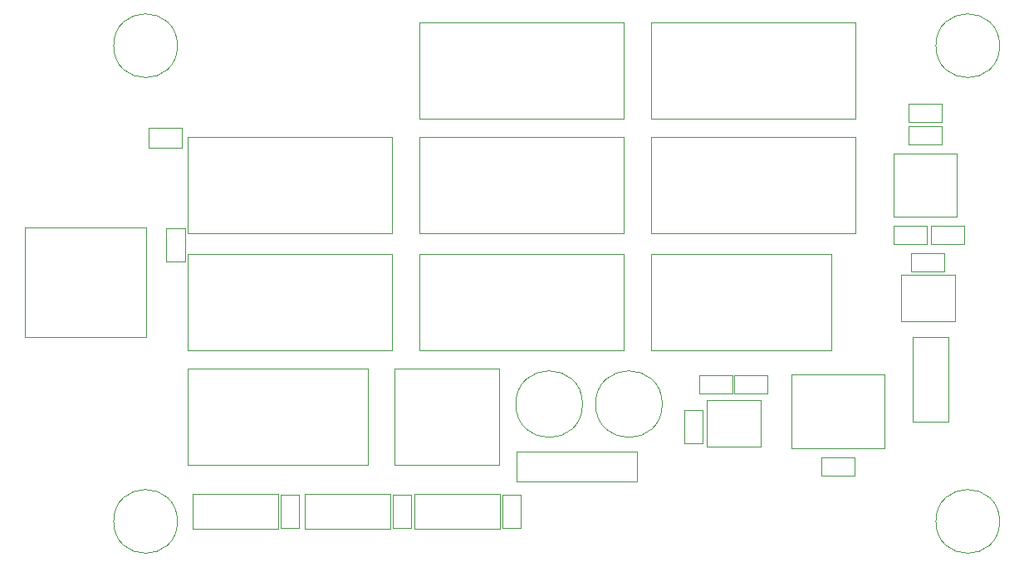
<source format=gbr>
%TF.GenerationSoftware,KiCad,Pcbnew,(5.1.10-1-10_14)*%
%TF.CreationDate,2021-07-31T21:51:31-04:00*%
%TF.ProjectId,CLOCK,434c4f43-4b2e-46b6-9963-61645f706362,rev?*%
%TF.SameCoordinates,Original*%
%TF.FileFunction,Other,User*%
%FSLAX46Y46*%
G04 Gerber Fmt 4.6, Leading zero omitted, Abs format (unit mm)*
G04 Created by KiCad (PCBNEW (5.1.10-1-10_14)) date 2021-07-31 21:51:31*
%MOMM*%
%LPD*%
G01*
G04 APERTURE LIST*
%ADD10C,0.050000*%
G04 APERTURE END LIST*
D10*
%TO.C,J2*%
X65554000Y-54886000D02*
X65554000Y-43686000D01*
X65554000Y-43686000D02*
X53204000Y-43686000D01*
X53204000Y-43686000D02*
X53204000Y-54886000D01*
X53204000Y-54886000D02*
X65554000Y-54886000D01*
%TO.C,REF\u002A\u002A*%
X152602000Y-25146000D02*
G75*
G03*
X152602000Y-25146000I-3250000J0D01*
G01*
X152602000Y-73660000D02*
G75*
G03*
X152602000Y-73660000I-3250000J0D01*
G01*
X68782000Y-73660000D02*
G75*
G03*
X68782000Y-73660000I-3250000J0D01*
G01*
X68782000Y-25146000D02*
G75*
G03*
X68782000Y-25146000I-3250000J0D01*
G01*
%TO.C,R3*%
X134464000Y-69022000D02*
X134464000Y-67122000D01*
X134464000Y-67122000D02*
X137824000Y-67122000D01*
X137824000Y-67122000D02*
X137824000Y-69022000D01*
X137824000Y-69022000D02*
X134464000Y-69022000D01*
%TO.C,R11*%
X101920000Y-70964000D02*
X103820000Y-70964000D01*
X103820000Y-70964000D02*
X103820000Y-74324000D01*
X103820000Y-74324000D02*
X101920000Y-74324000D01*
X101920000Y-74324000D02*
X101920000Y-70964000D01*
%TO.C,R10*%
X90744000Y-70964000D02*
X92644000Y-70964000D01*
X92644000Y-70964000D02*
X92644000Y-74324000D01*
X92644000Y-74324000D02*
X90744000Y-74324000D01*
X90744000Y-74324000D02*
X90744000Y-70964000D01*
%TO.C,R9*%
X79314000Y-70964000D02*
X81214000Y-70964000D01*
X81214000Y-70964000D02*
X81214000Y-74324000D01*
X81214000Y-74324000D02*
X79314000Y-74324000D01*
X79314000Y-74324000D02*
X79314000Y-70964000D01*
%TO.C,R2*%
X103344000Y-66572000D02*
X103344000Y-69572000D01*
X103344000Y-69572000D02*
X115604000Y-69572000D01*
X115604000Y-69572000D02*
X115604000Y-66572000D01*
X115604000Y-66572000D02*
X103344000Y-66572000D01*
%TO.C,SW3*%
X140592000Y-66198000D02*
X140842000Y-66198000D01*
X140842000Y-66198000D02*
X140842000Y-65948000D01*
X140592000Y-58698000D02*
X140842000Y-58698000D01*
X140842000Y-58698000D02*
X140842000Y-58948000D01*
X131342000Y-58948000D02*
X131342000Y-58698000D01*
X131342000Y-58698000D02*
X131592000Y-58698000D01*
X131342000Y-65948000D02*
X131342000Y-66198000D01*
X131342000Y-66198000D02*
X131592000Y-66198000D01*
X131592000Y-58698000D02*
X140592000Y-58698000D01*
X131342000Y-65948000D02*
X131342000Y-58948000D01*
X140592000Y-66198000D02*
X131592000Y-66198000D01*
X140842000Y-58948000D02*
X140842000Y-65948000D01*
%TO.C,R12*%
X146968000Y-46294000D02*
X146968000Y-48194000D01*
X146968000Y-48194000D02*
X143608000Y-48194000D01*
X143608000Y-48194000D02*
X143608000Y-46294000D01*
X143608000Y-46294000D02*
X146968000Y-46294000D01*
%TO.C,R8*%
X146714000Y-33340000D02*
X146714000Y-35240000D01*
X146714000Y-35240000D02*
X143354000Y-35240000D01*
X143354000Y-35240000D02*
X143354000Y-33340000D01*
X143354000Y-33340000D02*
X146714000Y-33340000D01*
%TO.C,R7*%
X149000000Y-43500000D02*
X149000000Y-45400000D01*
X149000000Y-45400000D02*
X145640000Y-45400000D01*
X145640000Y-45400000D02*
X145640000Y-43500000D01*
X145640000Y-43500000D02*
X149000000Y-43500000D01*
%TO.C,R6*%
X141830000Y-45400000D02*
X141830000Y-43500000D01*
X141830000Y-43500000D02*
X145190000Y-43500000D01*
X145190000Y-43500000D02*
X145190000Y-45400000D01*
X145190000Y-45400000D02*
X141830000Y-45400000D01*
%TO.C,R4*%
X125378000Y-58740000D02*
X125378000Y-60640000D01*
X125378000Y-60640000D02*
X122018000Y-60640000D01*
X122018000Y-60640000D02*
X122018000Y-58740000D01*
X122018000Y-58740000D02*
X125378000Y-58740000D01*
%TO.C,R1*%
X122362000Y-65688000D02*
X120462000Y-65688000D01*
X120462000Y-65688000D02*
X120462000Y-62328000D01*
X120462000Y-62328000D02*
X122362000Y-62328000D01*
X122362000Y-62328000D02*
X122362000Y-65688000D01*
%TO.C,Q2*%
X148018000Y-53276000D02*
X142558000Y-53276000D01*
X148018000Y-53276000D02*
X148018000Y-48536000D01*
X142558000Y-48536000D02*
X142558000Y-53276000D01*
X142558000Y-48536000D02*
X148018000Y-48536000D01*
%TO.C,Q1*%
X122746000Y-61278000D02*
X128206000Y-61278000D01*
X122746000Y-61278000D02*
X122746000Y-66018000D01*
X128206000Y-66018000D02*
X128206000Y-61278000D01*
X128206000Y-66018000D02*
X122746000Y-66018000D01*
%TO.C,J7*%
X143742000Y-54842000D02*
X143742000Y-63492000D01*
X143742000Y-63492000D02*
X147342000Y-63492000D01*
X147342000Y-63492000D02*
X147342000Y-54842000D01*
X147342000Y-54842000D02*
X143742000Y-54842000D01*
%TO.C,J6*%
X101622000Y-70844000D02*
X92972000Y-70844000D01*
X92972000Y-70844000D02*
X92972000Y-74444000D01*
X92972000Y-74444000D02*
X101622000Y-74444000D01*
X101622000Y-74444000D02*
X101622000Y-70844000D01*
%TO.C,J5*%
X90446000Y-70844000D02*
X81796000Y-70844000D01*
X81796000Y-70844000D02*
X81796000Y-74444000D01*
X81796000Y-74444000D02*
X90446000Y-74444000D01*
X90446000Y-74444000D02*
X90446000Y-70844000D01*
%TO.C,J3*%
X79016000Y-70844000D02*
X70366000Y-70844000D01*
X70366000Y-70844000D02*
X70366000Y-74444000D01*
X70366000Y-74444000D02*
X79016000Y-74444000D01*
X79016000Y-74444000D02*
X79016000Y-70844000D01*
%TO.C,D3*%
X146714000Y-31054000D02*
X146714000Y-32954000D01*
X146714000Y-32954000D02*
X143354000Y-32954000D01*
X143354000Y-32954000D02*
X143354000Y-31054000D01*
X143354000Y-31054000D02*
X146714000Y-31054000D01*
%TO.C,D2*%
X141814000Y-36120000D02*
X141814000Y-42620000D01*
X141814000Y-42620000D02*
X148264000Y-42620000D01*
X148264000Y-42620000D02*
X148264000Y-36120000D01*
X148264000Y-36120000D02*
X141814000Y-36120000D01*
%TO.C,D1*%
X128934000Y-58740000D02*
X128934000Y-60640000D01*
X128934000Y-60640000D02*
X125574000Y-60640000D01*
X125574000Y-60640000D02*
X125574000Y-58740000D01*
X125574000Y-58740000D02*
X128934000Y-58740000D01*
%TO.C,C4*%
X110080000Y-61702000D02*
G75*
G03*
X110080000Y-61702000I-3400000J0D01*
G01*
%TO.C,C3*%
X118208000Y-61702000D02*
G75*
G03*
X118208000Y-61702000I-3400000J0D01*
G01*
%TO.C,C2*%
X69264000Y-33564000D02*
X69264000Y-35524000D01*
X69264000Y-35524000D02*
X65864000Y-35524000D01*
X65864000Y-35524000D02*
X65864000Y-33564000D01*
X65864000Y-33564000D02*
X69264000Y-33564000D01*
%TO.C,C1*%
X69560000Y-47166000D02*
X67600000Y-47166000D01*
X67600000Y-47166000D02*
X67600000Y-43766000D01*
X67600000Y-43766000D02*
X69560000Y-43766000D01*
X69560000Y-43766000D02*
X69560000Y-47166000D01*
%TO.C,U10*%
X69824000Y-58102000D02*
X69824000Y-67902000D01*
X88174000Y-58102000D02*
X69824000Y-58102000D01*
X88174000Y-67902000D02*
X88174000Y-58102000D01*
X69824000Y-67902000D02*
X88174000Y-67902000D01*
%TO.C,U9*%
X117068000Y-46418000D02*
X117068000Y-56218000D01*
X135418000Y-46418000D02*
X117068000Y-46418000D01*
X135418000Y-56218000D02*
X135418000Y-46418000D01*
X117068000Y-56218000D02*
X135418000Y-56218000D01*
%TO.C,U11*%
X90906000Y-58102000D02*
X90906000Y-67902000D01*
X101606000Y-58102000D02*
X90906000Y-58102000D01*
X101606000Y-67902000D02*
X101606000Y-58102000D01*
X90906000Y-67902000D02*
X101606000Y-67902000D01*
%TO.C,U8*%
X69824000Y-46418000D02*
X69824000Y-56218000D01*
X90674000Y-46418000D02*
X69824000Y-46418000D01*
X90674000Y-56218000D02*
X90674000Y-46418000D01*
X69824000Y-56218000D02*
X90674000Y-56218000D01*
%TO.C,U7*%
X117068000Y-34480000D02*
X117068000Y-44280000D01*
X137918000Y-34480000D02*
X117068000Y-34480000D01*
X137918000Y-44280000D02*
X137918000Y-34480000D01*
X117068000Y-44280000D02*
X137918000Y-44280000D01*
%TO.C,U6*%
X93446000Y-34480000D02*
X93446000Y-44280000D01*
X114296000Y-34480000D02*
X93446000Y-34480000D01*
X114296000Y-44280000D02*
X114296000Y-34480000D01*
X93446000Y-44280000D02*
X114296000Y-44280000D01*
%TO.C,U5*%
X93446000Y-46418000D02*
X93446000Y-56218000D01*
X114296000Y-46418000D02*
X93446000Y-46418000D01*
X114296000Y-56218000D02*
X114296000Y-46418000D01*
X93446000Y-56218000D02*
X114296000Y-56218000D01*
%TO.C,U4*%
X93446000Y-22796000D02*
X93446000Y-32596000D01*
X114296000Y-22796000D02*
X93446000Y-22796000D01*
X114296000Y-32596000D02*
X114296000Y-22796000D01*
X93446000Y-32596000D02*
X114296000Y-32596000D01*
%TO.C,U2*%
X69824000Y-34480000D02*
X69824000Y-44280000D01*
X90674000Y-34480000D02*
X69824000Y-34480000D01*
X90674000Y-44280000D02*
X90674000Y-34480000D01*
X69824000Y-44280000D02*
X90674000Y-44280000D01*
%TO.C,U1*%
X117068000Y-22796000D02*
X117068000Y-32596000D01*
X137918000Y-22796000D02*
X117068000Y-22796000D01*
X137918000Y-32596000D02*
X137918000Y-22796000D01*
X117068000Y-32596000D02*
X137918000Y-32596000D01*
%TD*%
M02*

</source>
